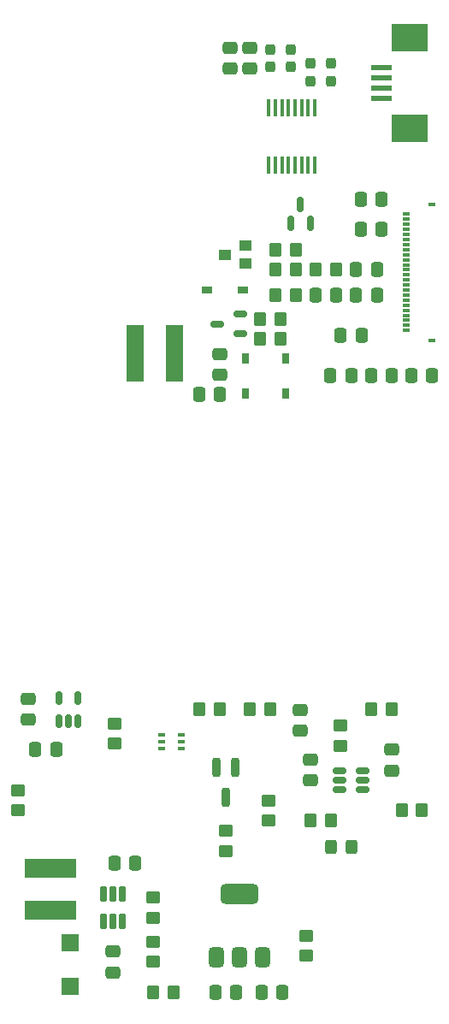
<source format=gtp>
G04 #@! TF.GenerationSoftware,KiCad,Pcbnew,9.0.1*
G04 #@! TF.CreationDate,2025-04-17T02:19:35-07:00*
G04 #@! TF.ProjectId,EE 447,45452034-3437-42e6-9b69-6361645f7063,rev?*
G04 #@! TF.SameCoordinates,Original*
G04 #@! TF.FileFunction,Paste,Top*
G04 #@! TF.FilePolarity,Positive*
%FSLAX46Y46*%
G04 Gerber Fmt 4.6, Leading zero omitted, Abs format (unit mm)*
G04 Created by KiCad (PCBNEW 9.0.1) date 2025-04-17 02:19:35*
%MOMM*%
%LPD*%
G01*
G04 APERTURE LIST*
G04 Aperture macros list*
%AMRoundRect*
0 Rectangle with rounded corners*
0 $1 Rounding radius*
0 $2 $3 $4 $5 $6 $7 $8 $9 X,Y pos of 4 corners*
0 Add a 4 corners polygon primitive as box body*
4,1,4,$2,$3,$4,$5,$6,$7,$8,$9,$2,$3,0*
0 Add four circle primitives for the rounded corners*
1,1,$1+$1,$2,$3*
1,1,$1+$1,$4,$5*
1,1,$1+$1,$6,$7*
1,1,$1+$1,$8,$9*
0 Add four rect primitives between the rounded corners*
20,1,$1+$1,$2,$3,$4,$5,0*
20,1,$1+$1,$4,$5,$6,$7,0*
20,1,$1+$1,$6,$7,$8,$9,0*
20,1,$1+$1,$8,$9,$2,$3,0*%
G04 Aperture macros list end*
%ADD10RoundRect,0.237500X0.237500X-0.300000X0.237500X0.300000X-0.237500X0.300000X-0.237500X-0.300000X0*%
%ADD11R,5.100000X1.900000*%
%ADD12RoundRect,0.250000X0.450000X-0.350000X0.450000X0.350000X-0.450000X0.350000X-0.450000X-0.350000X0*%
%ADD13RoundRect,0.250000X-0.337500X-0.475000X0.337500X-0.475000X0.337500X0.475000X-0.337500X0.475000X0*%
%ADD14R,0.762000X1.117600*%
%ADD15RoundRect,0.250000X0.337500X0.475000X-0.337500X0.475000X-0.337500X-0.475000X0.337500X-0.475000X0*%
%ADD16RoundRect,0.150000X-0.512500X-0.150000X0.512500X-0.150000X0.512500X0.150000X-0.512500X0.150000X0*%
%ADD17RoundRect,0.250000X0.350000X0.450000X-0.350000X0.450000X-0.350000X-0.450000X0.350000X-0.450000X0*%
%ADD18RoundRect,0.250000X-0.350000X-0.450000X0.350000X-0.450000X0.350000X0.450000X-0.350000X0.450000X0*%
%ADD19RoundRect,0.250000X-0.450000X0.350000X-0.450000X-0.350000X0.450000X-0.350000X0.450000X0.350000X0*%
%ADD20RoundRect,0.250000X-0.475000X0.337500X-0.475000X-0.337500X0.475000X-0.337500X0.475000X0.337500X0*%
%ADD21RoundRect,0.250000X0.475000X-0.337500X0.475000X0.337500X-0.475000X0.337500X-0.475000X-0.337500X0*%
%ADD22RoundRect,0.150000X0.150000X-0.587500X0.150000X0.587500X-0.150000X0.587500X-0.150000X-0.587500X0*%
%ADD23R,0.355600X1.676400*%
%ADD24RoundRect,0.150000X0.150000X-0.512500X0.150000X0.512500X-0.150000X0.512500X-0.150000X-0.512500X0*%
%ADD25RoundRect,0.250000X0.325000X0.450000X-0.325000X0.450000X-0.325000X-0.450000X0.325000X-0.450000X0*%
%ADD26R,1.700000X5.600000*%
%ADD27R,0.800000X0.300000*%
%ADD28R,0.800000X0.400000*%
%ADD29RoundRect,0.150000X0.512500X0.150000X-0.512500X0.150000X-0.512500X-0.150000X0.512500X-0.150000X0*%
%ADD30RoundRect,0.100000X0.225000X0.100000X-0.225000X0.100000X-0.225000X-0.100000X0.225000X-0.100000X0*%
%ADD31RoundRect,0.375000X0.375000X-0.625000X0.375000X0.625000X-0.375000X0.625000X-0.375000X-0.625000X0*%
%ADD32RoundRect,0.500000X1.400000X-0.500000X1.400000X0.500000X-1.400000X0.500000X-1.400000X-0.500000X0*%
%ADD33R,2.006600X0.609600*%
%ADD34R,3.606800X2.667000*%
%ADD35R,1.143000X1.016000*%
%ADD36RoundRect,0.200000X-0.200000X0.750000X-0.200000X-0.750000X0.200000X-0.750000X0.200000X0.750000X0*%
%ADD37RoundRect,0.162500X0.162500X-0.617500X0.162500X0.617500X-0.162500X0.617500X-0.162500X-0.617500X0*%
%ADD38R,1.651000X1.701800*%
%ADD39R,1.117600X0.762000*%
G04 APERTURE END LIST*
D10*
X219000000Y-109825000D03*
X219000000Y-108100000D03*
D11*
X191200000Y-187700000D03*
X191200000Y-191900000D03*
D12*
X216550001Y-196400000D03*
X216550001Y-194400000D03*
D13*
X207562500Y-200000000D03*
X209637500Y-200000000D03*
X212112501Y-200000000D03*
X214187501Y-200000000D03*
X197562500Y-187200000D03*
X199637500Y-187200000D03*
D14*
X210500000Y-137247400D03*
X210500000Y-140752600D03*
D13*
X226962500Y-139000000D03*
X229037500Y-139000000D03*
D15*
X219537500Y-131000000D03*
X217462500Y-131000000D03*
D16*
X219862500Y-178050000D03*
X219862500Y-179000000D03*
X219862500Y-179950000D03*
X222137500Y-179950000D03*
X222137500Y-179000000D03*
X222137500Y-178050000D03*
D17*
X219500000Y-128500000D03*
X217500000Y-128500000D03*
D18*
X217000000Y-183000000D03*
X219000000Y-183000000D03*
D19*
X212800000Y-181000000D03*
X212800000Y-183000000D03*
D20*
X189000000Y-170962500D03*
X189000000Y-173037500D03*
D17*
X208000000Y-172000000D03*
X206000000Y-172000000D03*
D21*
X197400000Y-198037500D03*
X197400000Y-195962500D03*
D18*
X223000000Y-172000000D03*
X225000000Y-172000000D03*
D22*
X215050000Y-123875000D03*
X216950000Y-123875000D03*
X216000000Y-122000000D03*
D20*
X216000000Y-172025000D03*
X216000000Y-174100000D03*
D15*
X191787500Y-176000000D03*
X189712500Y-176000000D03*
D23*
X217399997Y-112500000D03*
X216749999Y-112500000D03*
X216099997Y-112500000D03*
X215449999Y-112500000D03*
X214800000Y-112500000D03*
X214149999Y-112500000D03*
X213500000Y-112500000D03*
X212849999Y-112500000D03*
X212849999Y-118138800D03*
X213499997Y-118138800D03*
X214149999Y-118138800D03*
X214799997Y-118138800D03*
X215449996Y-118138800D03*
X216099997Y-118138800D03*
X216749996Y-118138800D03*
X217399997Y-118138800D03*
D12*
X197600000Y-175400000D03*
X197600000Y-173400000D03*
D24*
X192050000Y-173137500D03*
X193000000Y-173137500D03*
X193950000Y-173137500D03*
X193950000Y-170862500D03*
X192050000Y-170862500D03*
D25*
X221025000Y-185600000D03*
X218975000Y-185600000D03*
D26*
X203505000Y-136779000D03*
X199605000Y-136779000D03*
D18*
X213500000Y-128500000D03*
X215500000Y-128500000D03*
D27*
X226500000Y-123000000D03*
X226500000Y-123500000D03*
X226500000Y-124000000D03*
X226500000Y-124500000D03*
X226500000Y-125000000D03*
X226500000Y-125500000D03*
X226500000Y-126000000D03*
X226500000Y-126500000D03*
X226500000Y-127000000D03*
X226500000Y-127500000D03*
X226500000Y-128000000D03*
X226500000Y-128500000D03*
X226500000Y-129000000D03*
X226500000Y-129500000D03*
X226500000Y-130000000D03*
X226500000Y-130500000D03*
X226500000Y-131000000D03*
X226500000Y-131500000D03*
X226500000Y-132000000D03*
X226500000Y-132500000D03*
X226500000Y-133000000D03*
X226500000Y-133500000D03*
X226500000Y-134000000D03*
X226500000Y-134500000D03*
D28*
X229000000Y-122000000D03*
X229000000Y-135500000D03*
D29*
X210000000Y-134800000D03*
X210000000Y-132900000D03*
X207725000Y-133850000D03*
D30*
X204150000Y-175850000D03*
X204150000Y-175200000D03*
X204150000Y-174550000D03*
X202250000Y-174550000D03*
X202250000Y-175200000D03*
X202250000Y-175850000D03*
D31*
X207650001Y-196550000D03*
X209950001Y-196550000D03*
D32*
X209950001Y-190250000D03*
D31*
X212250001Y-196550000D03*
D19*
X208600000Y-184000000D03*
X208600000Y-186000000D03*
D21*
X209000000Y-108575000D03*
X209000000Y-106500000D03*
D12*
X201400000Y-192600000D03*
X201400000Y-190600000D03*
D17*
X213000000Y-172000000D03*
X211000000Y-172000000D03*
D14*
X214500000Y-140752600D03*
X214500000Y-137247400D03*
D33*
X224000000Y-111500000D03*
X224000000Y-110499999D03*
X224000000Y-109500001D03*
X224000000Y-108500000D03*
D34*
X226806700Y-105516900D03*
X226806700Y-114483100D03*
D18*
X212000000Y-133350000D03*
X214000000Y-133350000D03*
D15*
X222037500Y-135000000D03*
X219962500Y-135000000D03*
D35*
X210516000Y-127889000D03*
X210516000Y-126111000D03*
X208484000Y-127000000D03*
D19*
X188000000Y-180000000D03*
X188000000Y-182000000D03*
D21*
X208000000Y-138887500D03*
X208000000Y-136812500D03*
X211000000Y-108575000D03*
X211000000Y-106500000D03*
D17*
X215500000Y-126500000D03*
X213500000Y-126500000D03*
D15*
X223537500Y-131000000D03*
X221462500Y-131000000D03*
D17*
X214000000Y-135350000D03*
X212000000Y-135350000D03*
D21*
X217000000Y-179037500D03*
X217000000Y-176962500D03*
D10*
X215000000Y-108400000D03*
X215000000Y-106675000D03*
D18*
X201400000Y-200000000D03*
X203400000Y-200000000D03*
D10*
X217000000Y-109825000D03*
X217000000Y-108100000D03*
D36*
X208600000Y-180700000D03*
X209550000Y-177700000D03*
X207650000Y-177700000D03*
D12*
X201400000Y-197000000D03*
X201400000Y-195000000D03*
X219900000Y-175600000D03*
X219900000Y-173600000D03*
D15*
X208037500Y-140850000D03*
X205962500Y-140850000D03*
X224037500Y-121500000D03*
X221962500Y-121500000D03*
D20*
X225000000Y-175962500D03*
X225000000Y-178037500D03*
D37*
X196450000Y-192950000D03*
X197400000Y-192950000D03*
X198350000Y-192950000D03*
X198350000Y-190250000D03*
X197400000Y-190250000D03*
X196450000Y-190250000D03*
D18*
X226000000Y-182000000D03*
X228000000Y-182000000D03*
D38*
X193200000Y-199392600D03*
X193200000Y-195100000D03*
D39*
X210252600Y-130500000D03*
X206747400Y-130500000D03*
D17*
X215500000Y-131000000D03*
X213500000Y-131000000D03*
D15*
X223537500Y-128500000D03*
X221462500Y-128500000D03*
D10*
X213000000Y-108400000D03*
X213000000Y-106675000D03*
D15*
X221037500Y-139000000D03*
X218962500Y-139000000D03*
X225037500Y-139000000D03*
X222962500Y-139000000D03*
X224037500Y-124500000D03*
X221962500Y-124500000D03*
M02*

</source>
